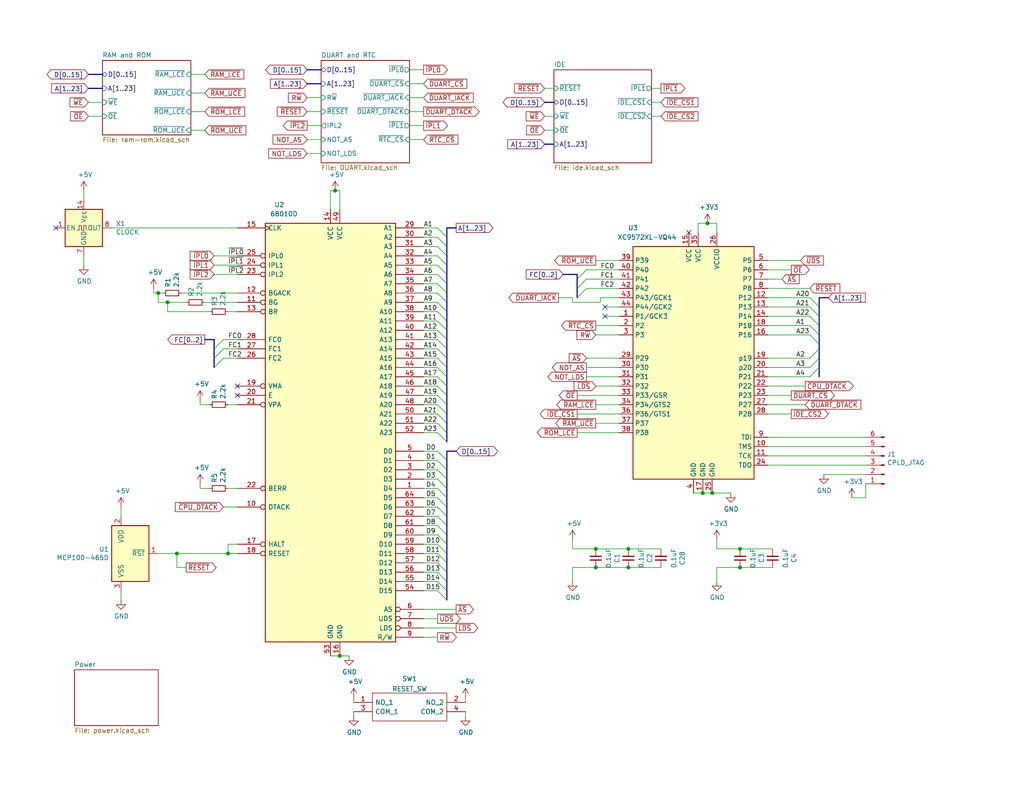
<source format=kicad_sch>
(kicad_sch (version 20211123) (generator eeschema)
  (paper "USLetter")
  (title_block (title "The Raven68k Experience") (date "2021-03-25") (rev "Rev 1.0.0") (company "Jani Kuituniemi and Chris Cureau"))
  (lib_symbols
    (symbol "CPU_NXP_68000:68010D" (pin_names (offset 0.762))
      (property "Reference" "U" (at 0 2.54 0))
      (property "Value" "68010D" (at 0 -3.81 0))
      (symbol "68010D_0_1"
        (rectangle (start -17.78 57.15) (end 17.78 -57.15) (stroke (width 0.254)) (fill (type background)))
      )
      (symbol "68010D_1_1"
        (pin bidirectional line (at 25.4 -15.24 180) (length 7.62) (name "D4") (number "1"))
        (pin input inverted (at -25.4 -20.32 0) (length 7.62) (name "DTACK") (number "10"))
        (pin output inverted (at -25.4 35.56 0) (length 7.62) (name "BG") (number "11"))
        (pin input inverted (at -25.4 38.1 0) (length 7.62) (name "BGACK") (number "12"))
        (pin input inverted (at -25.4 33.02 0) (length 7.62) (name "BR") (number "13"))
        (pin power_in line (at 0 60.96 270) (length 3.81) (name "VCC") (number "14"))
        (pin input clock (at -25.4 55.88 0) (length 7.62) (name "CLK") (number "15"))
        (pin power_in line (at 2.54 -60.96 90) (length 3.81) (name "GND") (number "16"))
        (pin bidirectional inverted (at -25.4 -30.48 0) (length 7.62) (name "HALT") (number "17"))
        (pin bidirectional inverted (at -25.4 -33.02 0) (length 7.62) (name "RESET") (number "18"))
        (pin output inverted (at -25.4 12.7 0) (length 7.62) (name "VMA") (number "19"))
        (pin bidirectional line (at 25.4 -12.7 180) (length 7.62) (name "D3") (number "2"))
        (pin output line (at -25.4 10.16 0) (length 7.62) (name "E") (number "20"))
        (pin input inverted (at -25.4 7.62 0) (length 7.62) (name "VPA") (number "21"))
        (pin input inverted (at -25.4 -15.24 0) (length 7.62) (name "BERR") (number "22"))
        (pin input inverted (at -25.4 43.18 0) (length 7.62) (name "IPL2") (number "23"))
        (pin input inverted (at -25.4 45.72 0) (length 7.62) (name "IPL1") (number "24"))
        (pin input inverted (at -25.4 48.26 0) (length 7.62) (name "IPL0") (number "25"))
        (pin output line (at -25.4 20.32 0) (length 7.62) (name "FC2") (number "26"))
        (pin output line (at -25.4 22.86 0) (length 7.62) (name "FC1") (number "27"))
        (pin output line (at -25.4 25.4 0) (length 7.62) (name "FC0") (number "28"))
        (pin output line (at 25.4 55.88 180) (length 7.62) (name "A1") (number "29"))
        (pin bidirectional line (at 25.4 -10.16 180) (length 7.62) (name "D2") (number "3"))
        (pin output line (at 25.4 53.34 180) (length 7.62) (name "A2") (number "30"))
        (pin output line (at 25.4 50.8 180) (length 7.62) (name "A3") (number "31"))
        (pin output line (at 25.4 48.26 180) (length 7.62) (name "A4") (number "32"))
        (pin output line (at 25.4 45.72 180) (length 7.62) (name "A5") (number "33"))
        (pin output line (at 25.4 43.18 180) (length 7.62) (name "A6") (number "34"))
        (pin output line (at 25.4 40.64 180) (length 7.62) (name "A7") (number "35"))
        (pin output line (at 25.4 38.1 180) (length 7.62) (name "A8") (number "36"))
        (pin output line (at 25.4 35.56 180) (length 7.62) (name "A9") (number "37"))
        (pin output line (at 25.4 33.02 180) (length 7.62) (name "A10") (number "38"))
        (pin output line (at 25.4 30.48 180) (length 7.62) (name "A11") (number "39"))
        (pin bidirectional line (at 25.4 -7.62 180) (length 7.62) (name "D1") (number "4"))
        (pin output line (at 25.4 27.94 180) (length 7.62) (name "A12") (number "40"))
        (pin output line (at 25.4 25.4 180) (length 7.62) (name "A13") (number "41"))
        (pin output line (at 25.4 22.86 180) (length 7.62) (name "A14") (number "42"))
        (pin output line (at 25.4 20.32 180) (length 7.62) (name "A15") (number "43"))
        (pin output line (at 25.4 17.78 180) (length 7.62) (name "A16") (number "44"))
        (pin output line (at 25.4 15.24 180) (length 7.62) (name "A17") (number "45"))
        (pin output line (at 25.4 12.7 180) (length 7.62) (name "A18") (number "46"))
        (pin output line (at 25.4 10.16 180) (length 7.62) (name "A19") (number "47"))
        (pin output line (at 25.4 7.62 180) (length 7.62) (name "A20") (number "48"))
        (pin power_in line (at 2.54 60.96 270) (length 3.81) (name "VCC") (number "49"))
        (pin bidirectional line (at 25.4 -5.08 180) (length 7.62) (name "D0") (number "5"))
        (pin output line (at 25.4 5.08 180) (length 7.62) (name "A21") (number "50"))
        (pin output line (at 25.4 2.54 180) (length 7.62) (name "A22") (number "51"))
        (pin output line (at 25.4 0 180) (length 7.62) (name "A23") (number "52"))
        (pin power_in line (at 0 -60.96 90) (length 3.81) (name "GND") (number "53"))
        (pin bidirectional line (at 25.4 -43.18 180) (length 7.62) (name "D15") (number "54"))
        (pin bidirectional line (at 25.4 -40.64 180) (length 7.62) (name "D14") (number "55"))
        (pin bidirectional line (at 25.4 -38.1 180) (length 7.62) (name "D13") (number "56"))
        (pin bidirectional line (at 25.4 -35.56 180) (length 7.62) (name "D12") (number "57"))
        (pin bidirectional line (at 25.4 -33.02 180) (length 7.62) (name "D11") (number "58"))
        (pin bidirectional line (at 25.4 -30.48 180) (length 7.62) (name "D10") (number "59"))
        (pin output inverted (at 25.4 -48.26 180) (length 7.62) (name "AS") (number "6"))
        (pin bidirectional line (at 25.4 -27.94 180) (length 7.62) (name "D9") (number "60"))
        (pin bidirectional line (at 25.4 -25.4 180) (length 7.62) (name "D8") (number "61"))
        (pin bidirectional line (at 25.4 -22.86 180) (length 7.62) (name "D7") (number "62"))
        (pin bidirectional line (at 25.4 -20.32 180) (length 7.62) (name "D6") (number "63"))
        (pin bidirectional line (at 25.4 -17.78 180) (length 7.62) (name "D5") (number "64"))
        (pin output inverted (at 25.4 -50.8 180) (length 7.62) (name "UDS") (number "7"))
        (pin output inverted (at 25.4 -53.34 180) (length 7.62) (name "LDS") (number "8"))
        (pin output line (at 25.4 -55.88 180) (length 7.62) (name "R/W") (number "9"))
      )
    )
    (symbol "Connector:Conn_01x06_Male" (pin_names (offset 1.016) hide)
      (property "Reference" "J" (at 0 7.62 0))
      (property "Value" "Conn_01x06_Male" (at 0 -10.16 0))
      (symbol "Conn_01x06_Male_1_1"
        (polyline (pts (xy 1.27 -7.62) (xy 0.8636 -7.62)) (stroke (width 0.1524)))
        (polyline (pts (xy 1.27 -5.08) (xy 0.8636 -5.08)) (stroke (width 0.1524)))
        (polyline (pts (xy 1.27 -2.54) (xy 0.8636 -2.54)) (stroke (width 0.1524)))
        (polyline (pts (xy 1.27 0) (xy 0.8636 0)) (stroke (width 0.1524)))
        (polyline (pts (xy 1.27 2.54) (xy 0.8636 2.54)) (stroke (width 0.1524)))
        (polyline (pts (xy 1.27 5.08) (xy 0.8636 5.08)) (stroke (width 0.1524)))
        (rectangle (start 0.8636 -7.493) (end 0 -7.747) (stroke (width 0.1524)) (fill (type outline)))
        (rectangle (start 0.8636 -4.953) (end 0 -5.207) (stroke (width 0.1524)) (fill (type outline)))
        (rectangle (start 0.8636 -2.413) (end 0 -2.667) (stroke (width 0.1524)) (fill (type outline)))
        (rectangle (start 0.8636 0.127) (end 0 -0.127) (stroke (width 0.1524)) (fill (type outline)))
        (rectangle (start 0.8636 2.667) (end 0 2.413) (stroke (width 0.1524)) (fill (type outline)))
        (rectangle (start 0.8636 5.207) (end 0 4.953) (stroke (width 0.1524)) (fill (type outline)))
        (pin passive line (at 5.08 5.08 180) (length 3.81) (name "Pin_1") (number "1"))
        (pin passive line (at 5.08 2.54 180) (length 3.81) (name "Pin_2") (number "2"))
        (pin passive line (at 5.08 0 180) (length 3.81) (name "Pin_3") (number "3"))
        (pin passive line (at 5.08 -2.54 180) (length 3.81) (name "Pin_4") (number "4"))
        (pin passive line (at 5.08 -5.08 180) (length 3.81) (name "Pin_5") (number "5"))
        (pin passive line (at 5.08 -7.62 180) (length 3.81) (name "Pin_6") (number "6"))
      )
    )
    (symbol "Device:C_Small" (pin_numbers hide) (pin_names (offset 0.254) hide)
      (property "Reference" "C" (at 0.254 1.778 0))
      (property "Value" "C_Small" (at 0.254 -2.032 0))
      (symbol "C_Small_0_1"
        (polyline (pts (xy -1.524 -0.508) (xy 1.524 -0.508)) (stroke (width 0.3302)))
        (polyline (pts (xy -1.524 0.508) (xy 1.524 0.508)) (stroke (width 0.3048)))
      )
      (symbol "C_Small_1_1"
        (pin passive line (at 0 2.54 270) (length 2.032) (name "~") (number "1"))
        (pin passive line (at 0 -2.54 90) (length 2.032) (name "~") (number "2"))
      )
    )
    (symbol "Device:R_Small" (pin_numbers hide) (pin_names (offset 0.254) hide)
      (property "Reference" "R" (at 0.762 0.508 0))
      (property "Value" "R_Small" (at 0.762 -1.016 0))
      (symbol "R_Small_0_1"
        (rectangle (start -0.762 1.778) (end 0.762 -1.778) (stroke (width 0.2032)))
      )
      (symbol "R_Small_1_1"
        (pin passive line (at 0 2.54 270) (length 0.762) (name "~") (number "1"))
        (pin passive line (at 0 -2.54 90) (length 0.762) (name "~") (number "2"))
      )
    )
    (symbol "Oscillator:CXO_DIP14" (pin_names (offset 0.254))
      (property "Reference" "X" (at -5.08 6.35 0))
      (property "Value" "CXO_DIP14" (at 1.27 -6.35 0))
      (symbol "CXO_DIP14_0_1"
        (rectangle (start -5.08 5.08) (end 5.08 -5.08) (stroke (width 0.254)) (fill (type background)))
        (polyline (pts (xy -1.905 -0.635) (xy -1.27 -0.635) (xy -1.27 0.635) (xy -0.635 0.635) (xy -0.635 -0.635) (xy 0 -0.635) (xy 0 0.635) (xy 0.635 0.635) (xy 0.635 -0.635)))
      )
      (symbol "CXO_DIP14_1_1"
        (pin input line (at -7.62 0 0) (length 2.54) (name "EN") (number "1"))
        (pin power_in line (at 0 7.62 270) (length 2.54) (name "Vcc") (number "14"))
        (pin power_in line (at 0 -7.62 90) (length 2.54) (name "GND") (number "7"))
        (pin output line (at 7.62 0 180) (length 2.54) (name "OUT") (number "8"))
      )
    )
    (symbol "Power_Supervisor:MCP100-485D" (pin_names (offset 1.016))
      (property "Reference" "U" (at 0 8.89 0))
      (property "Value" "MCP100-485D" (at -1.27 -8.89 0))
      (symbol "MCP100-485D_1_1"
        (rectangle (start -5.08 7.62) (end 5.08 -7.62) (stroke (width 0.254)) (fill (type background)))
        (pin output line (at 7.62 0 180) (length 2.54) (name "~{RST}") (number "1"))
        (pin power_in line (at -2.54 10.16 270) (length 2.54) (name "VDD") (number "2"))
        (pin power_in line (at -2.54 -10.16 90) (length 2.54) (name "VSS") (number "3"))
      )
    )
    (symbol "custom:TS02-66-170-BK-160-SCR-D" (pin_names (offset 0.762))
      (property "Reference" "S" (at 26.67 7.62 0))
      (property "Value" "TS02-66-170-BK-160-SCR-D" (at 26.67 5.08 0))
      (symbol "TS02-66-170-BK-160-SCR-D_0_0"
        (pin passive line (at 0 0 0) (length 5.08) (name "NO_1") (number "1"))
        (pin passive line (at 30.48 0 180) (length 5.08) (name "NO_2") (number "2"))
        (pin passive line (at 0 -2.54 0) (length 5.08) (name "COM_1") (number "3"))
        (pin passive line (at 30.48 -2.54 180) (length 5.08) (name "COM_2") (number "4"))
      )
      (symbol "TS02-66-170-BK-160-SCR-D_0_1"
        (polyline (pts (xy 5.08 2.54) (xy 25.4 2.54) (xy 25.4 -5.08) (xy 5.08 -5.08) (xy 5.08 2.54)) (stroke (width 0.1524)))
      )
    )
    (symbol "custom:XC9572XL-VQ44"
      (property "Reference" "U" (at -15.24 31.75 0))
      (property "Value" "XC9572XL-VQ44" (at -16.51 -34.29 0))
      (symbol "XC9572XL-VQ44_1_1"
        (rectangle (start -16.51 30.48) (end 16.51 -33.02) (stroke (width 0.254)) (fill (type background)))
        (pin bidirectional line (at -20.32 11.43 0) (length 3.81) (name "P1/GCK3") (number "1"))
        (pin input line (at 20.32 -24.13 180) (length 3.81) (name "TMS") (number "10"))
        (pin input line (at 20.32 -26.67 180) (length 3.81) (name "TCK") (number "11"))
        (pin bidirectional line (at 20.32 16.51 180) (length 3.81) (name "P12") (number "12"))
        (pin bidirectional line (at 20.32 13.97 180) (length 3.81) (name "P13") (number "13"))
        (pin bidirectional line (at 20.32 11.43 180) (length 3.81) (name "P14") (number "14"))
        (pin power_in line (at -1.27 34.29 270) (length 3.81) (name "VCC") (number "15"))
        (pin bidirectional line (at 20.32 6.35 180) (length 3.81) (name "P16") (number "16"))
        (pin power_in line (at 2.54 -36.83 90) (length 3.81) (name "GND") (number "17"))
        (pin bidirectional line (at 20.32 8.89 180) (length 3.81) (name "P18") (number "18"))
        (pin bidirectional line (at 20.32 0 180) (length 3.81) (name "p19") (number "19"))
        (pin bidirectional line (at -20.32 8.89 0) (length 3.81) (name "P2") (number "2"))
        (pin bidirectional line (at 20.32 -2.54 180) (length 3.81) (name "p20") (number "20"))
        (pin bidirectional line (at 20.32 -5.08 180) (length 3.81) (name "P21") (number "21"))
        (pin bidirectional line (at 20.32 -7.62 180) (length 3.81) (name "P22") (number "22"))
        (pin bidirectional line (at 20.32 -10.16 180) (length 3.81) (name "P23") (number "23"))
        (pin output line (at 20.32 -29.21 180) (length 3.81) (name "TDO") (number "24"))
        (pin power_in line (at 5.08 -36.83 90) (length 3.81) (name "GND") (number "25"))
        (pin power_in line (at 6.35 34.29 270) (length 3.81) (name "VCCIO") (number "26"))
        (pin bidirectional line (at 20.32 -12.7 180) (length 3.81) (name "P27") (number "27"))
        (pin bidirectional line (at 20.32 -15.24 180) (length 3.81) (name "P28") (number "28"))
        (pin bidirectional line (at -20.32 0 0) (length 3.81) (name "P29") (number "29"))
        (pin bidirectional line (at -20.32 6.35 0) (length 3.81) (name "P3") (number "3"))
        (pin bidirectional line (at -20.32 -2.54 0) (length 3.81) (name "P30") (number "30"))
        (pin bidirectional line (at -20.32 -5.08 0) (length 3.81) (name "P31") (number "31"))
        (pin bidirectional line (at -20.32 -7.62 0) (length 3.81) (name "P32") (number "32"))
        (pin bidirectional line (at -20.32 -10.16 0) (length 3.81) (name "P33/GSR") (number "33"))
        (pin bidirectional line (at -20.32 -12.7 0) (length 3.81) (name "P34/GTS2") (number "34"))
        (pin power_in line (at 1.27 34.29 270) (length 3.81) (name "VCC") (number "35"))
        (pin bidirectional line (at -20.32 -15.24 0) (length 3.81) (name "P36/GTS1") (number "36"))
        (pin bidirectional line (at -20.32 -17.78 0) (length 3.81) (name "P37") (number "37"))
        (pin bidirectional line (at -20.32 -20.32 0) (length 3.81) (name "P38") (number "38"))
        (pin bidirectional line (at -20.32 26.67 0) (length 3.81) (name "P39") (number "39"))
        (pin power_in line (at 0 -36.83 90) (length 3.81) (name "GND") (number "4"))
        (pin bidirectional line (at -20.32 24.13 0) (length 3.81) (name "P40") (number "40"))
        (pin bidirectional line (at -20.32 21.59 0) (length 3.81) (name "P41") (number "41"))
        (pin bidirectional line (at -20.32 19.05 0) (length 3.81) (name "P42") (number "42"))
        (pin bidirectional line (at -20.32 16.51 0) (length 3.81) (name "P43/GCK1") (number "43"))
        (pin bidirectional line (at -20.32 13.97 0) (length 3.81) (name "P44/GCK2") (number "44"))
        (pin bidirectional line (at 20.32 26.67 180) (length 3.81) (name "P5") (number "5"))
        (pin bidirectional line (at 20.32 24.13 180) (length 3.81) (name "P6") (number "6"))
        (pin bidirectional line (at 20.32 21.59 180) (length 3.81) (name "P7") (number "7"))
        (pin bidirectional line (at 20.32 19.05 180) (length 3.81) (name "P8") (number "8"))
        (pin input line (at 20.32 -21.59 180) (length 3.81) (name "TDI") (number "9"))
      )
    )
    (symbol "power:+3.3V" (power) (pin_names (offset 0))
      (property "Value" "+3.3V" (at 0 3.556 0))
      (symbol "+3.3V_0_1"
        (polyline (pts (xy -0.762 1.27) (xy 0 2.54)))
        (polyline (pts (xy 0 0) (xy 0 2.54)))
        (polyline (pts (xy 0 2.54) (xy 0.762 1.27)))
      )
      (symbol "+3.3V_1_1"
        (pin power_in line (at 0 0 90) (length 0) hide (name "+3V3") (number "1"))
      )
    )
    (symbol "power:+3V3" (power) (pin_names (offset 0))
      (property "Value" "+3V3" (at 0 3.556 0))
      (symbol "+3V3_0_1"
        (polyline (pts (xy -0.762 1.27) (xy 0 2.54)))
        (polyline (pts (xy 0 0) (xy 0 2.54)))
        (polyline (pts (xy 0 2.54) (xy 0.762 1.27)))
      )
      (symbol "+3V3_1_1"
        (pin power_in line (at 0 0 90) (length 0) hide (name "+3V3") (number "1"))
      )
    )
    (symbol "power:+5V" (power) (pin_names (offset 0))
      (property "Value" "+5V" (at 0 3.556 0))
      (symbol "+5V_0_1"
        (polyline (pts (xy -0.762 1.27) (xy 0 2.54)))
        (polyline (pts (xy 0 0) (xy 0 2.54)))
        (polyline (pts (xy 0 2.54) (xy 0.762 1.27)))
      )
      (symbol "+5V_1_1"
        (pin power_in line (at 0 0 90) (length 0) hide (name "+5V") (number "1"))
      )
    )
    (symbol "power:GND" (power) (pin_names (offset 0))
      (property "Value" "GND" (at 0 -3.81 0))
      (symbol "GND_0_1"
        (polyline (pts (xy 0 0) (xy 0 -1.27) (xy 1.27 -1.27) (xy 0 -2.54) (xy -1.27 -1.27) (xy 0 -1.27)))
      )
      (symbol "GND_1_1"
        (pin power_in line (at 0 0 270) (length 0) hide (name "GND") (number "1"))
      )
    )
  )
  (junction (at 162.56 154.94))
  (junction (at 162.56 149.86))
  (junction (at 194.31 134.62))
  (junction (at 62.23 151.13))
  (junction (at 43.18 80.01))
  (junction (at 171.45 154.94))
  (junction (at 171.45 149.86))
  (junction (at 201.93 149.86))
  (junction (at 91.44 52.07))
  (junction (at 201.93 154.94))
  (junction (at 92.71 179.07))
  (junction (at 48.26 151.13))
  (junction (at 191.77 134.62))
  (junction (at 45.72 82.55))
  (junction (at 193.04 60.96))
  (no_connect (at 64.77 105.41))
  (no_connect (at 15.24 62.23))
  (no_connect (at 165.1 86.36))
  (no_connect (at 165.1 83.82))
  (no_connect (at 64.77 107.95))
  (no_connect (at 187.96 63.5))
  (bus_entry (at 119.38 105.41) (size 2.54 2.54))
  (bus_entry (at 220.98 83.82) (size 2.54 2.54))
  (bus_entry (at 119.38 82.55) (size 2.54 2.54))
  (bus_entry (at 119.38 110.49) (size 2.54 2.54))
  (bus_entry (at 119.38 80.01) (size 2.54 2.54))
  (bus_entry (at 119.38 74.93) (size 2.54 2.54))
  (bus_entry (at 119.38 113.03) (size 2.54 2.54))
  (bus_entry (at 119.38 143.51) (size 2.54 2.54))
  (bus_entry (at 119.38 118.11) (size 2.54 2.54))
  (bus_entry (at 119.38 85.09) (size 2.54 2.54))
  (bus_entry (at 119.38 148.59) (size 2.54 2.54))
  (bus_entry (at 119.38 153.67) (size 2.54 2.54))
  (bus_entry (at 119.38 92.71) (size 2.54 2.54))
  (bus_entry (at 220.98 91.44) (size 2.54 2.54))
  (bus_entry (at 119.38 97.79) (size 2.54 2.54))
  (bus_entry (at 119.38 130.81) (size 2.54 2.54))
  (bus_entry (at 160.02 73.66) (size -2.54 2.54))
  (bus_entry (at 119.38 62.23) (size 2.54 2.54))
  (bus_entry (at 220.98 100.33) (size 2.54 -2.54))
  (bus_entry (at 119.38 115.57) (size 2.54 2.54))
  (bus_entry (at 119.38 135.89) (size 2.54 2.54))
  (bus_entry (at 160.02 76.2) (size -2.54 2.54))
  (bus_entry (at 119.38 125.73) (size 2.54 2.54))
  (bus_entry (at 220.98 88.9) (size 2.54 2.54))
  (bus_entry (at 119.38 90.17) (size 2.54 2.54))
  (bus_entry (at 119.38 146.05) (size 2.54 2.54))
  (bus_entry (at 119.38 107.95) (size 2.54 2.54))
  (bus_entry (at 119.38 64.77) (size 2.54 2.54))
  (bus_entry (at 60.96 92.71) (size -2.54 2.54))
  (bus_entry (at 60.96 97.79) (size -2.54 2.54))
  (bus_entry (at 220.98 81.28) (size 2.54 2.54))
  (bus_entry (at 119.38 72.39) (size 2.54 2.54))
  (bus_entry (at 119.38 100.33) (size 2.54 2.54))
  (bus_entry (at 119.38 102.87) (size 2.54 2.54))
  (bus_entry (at 220.98 102.87) (size 2.54 -2.54))
  (bus_entry (at 119.38 138.43) (size 2.54 2.54))
  (bus_entry (at 119.38 161.29) (size 2.54 2.54))
  (bus_entry (at 119.38 156.21) (size 2.54 2.54))
  (bus_entry (at 119.38 95.25) (size 2.54 2.54))
  (bus_entry (at 119.38 67.31) (size 2.54 2.54))
  (bus_entry (at 119.38 140.97) (size 2.54 2.54))
  (bus_entry (at 160.02 78.74) (size -2.54 2.54))
  (bus_entry (at 220.98 86.36) (size 2.54 2.54))
  (bus_entry (at 119.38 87.63) (size 2.54 2.54))
  (bus_entry (at 220.98 97.79) (size 2.54 -2.54))
  (bus_entry (at 119.38 77.47) (size 2.54 2.54))
  (bus_entry (at 119.38 158.75) (size 2.54 2.54))
  (bus_entry (at 119.38 151.13) (size 2.54 2.54))
  (bus_entry (at 119.38 123.19) (size 2.54 2.54))
  (bus_entry (at 119.38 128.27) (size 2.54 2.54))
  (bus_entry (at 60.96 95.25) (size -2.54 2.54))
  (bus_entry (at 119.38 69.85) (size 2.54 2.54))
  (bus_entry (at 119.38 133.35) (size 2.54 2.54))
  (bus (pts (xy 121.92 130.81) (xy 121.92 133.35)))
  (wire (pts (xy 119.38 97.79) (xy 115.57 97.79)))
  (bus (pts (xy 24.13 20.32) (xy 27.94 20.32)))
  (wire (pts (xy 162.56 115.57) (xy 168.91 115.57)))
  (wire (pts (xy 115.57 153.67) (xy 119.38 153.67)))
  (wire (pts (xy 92.71 179.07) (xy 95.25 179.07)))
  (bus (pts (xy 121.92 118.11) (xy 121.92 120.65)))
  (bus (pts (xy 121.92 143.51) (xy 121.92 146.05)))
  (wire (pts (xy 43.18 80.01) (xy 41.91 80.01)))
  (bus (pts (xy 121.92 97.79) (xy 121.92 100.33)))
  (bus (pts (xy 157.48 74.93) (xy 157.48 76.2)))
  (wire (pts (xy 160.02 100.33) (xy 168.91 100.33)))
  (wire (pts (xy 115.57 173.99) (xy 119.38 173.99)))
  (wire (pts (xy 160.02 102.87) (xy 168.91 102.87)))
  (wire (pts (xy 209.55 91.44) (xy 220.98 91.44)))
  (wire (pts (xy 209.55 81.28) (xy 220.98 81.28)))
  (bus (pts (xy 83.82 19.05) (xy 87.63 19.05)))
  (wire (pts (xy 151.13 24.13) (xy 148.59 24.13)))
  (bus (pts (xy 121.92 138.43) (xy 121.92 140.97)))
  (wire (pts (xy 151.13 31.75) (xy 148.59 31.75)))
  (wire (pts (xy 119.38 87.63) (xy 115.57 87.63)))
  (bus (pts (xy 223.52 100.33) (xy 223.52 102.87)))
  (bus (pts (xy 121.92 100.33) (xy 121.92 102.87)))
  (bus (pts (xy 148.59 27.94) (xy 151.13 27.94)))
  (wire (pts (xy 195.58 60.96) (xy 193.04 60.96)))
  (wire (pts (xy 41.91 80.01) (xy 41.91 78.74)))
  (wire (pts (xy 168.91 83.82) (xy 165.1 83.82)))
  (wire (pts (xy 115.57 133.35) (xy 119.38 133.35)))
  (wire (pts (xy 60.96 97.79) (xy 64.77 97.79)))
  (wire (pts (xy 96.52 190.5) (xy 96.52 191.77)))
  (bus (pts (xy 121.92 95.25) (xy 121.92 97.79)))
  (wire (pts (xy 156.21 82.55) (xy 163.83 82.55)))
  (wire (pts (xy 119.38 80.01) (xy 115.57 80.01)))
  (wire (pts (xy 64.77 85.09) (xy 62.23 85.09)))
  (wire (pts (xy 127 194.31) (xy 127 195.58)))
  (bus (pts (xy 223.52 83.82) (xy 223.52 86.36)))
  (wire (pts (xy 115.57 171.45) (xy 124.46 171.45)))
  (bus (pts (xy 223.52 91.44) (xy 223.52 93.98)))
  (wire (pts (xy 115.57 151.13) (xy 119.38 151.13)))
  (wire (pts (xy 177.8 24.13) (xy 180.34 24.13)))
  (wire (pts (xy 27.94 31.75) (xy 24.13 31.75)))
  (wire (pts (xy 96.52 194.31) (xy 96.52 195.58)))
  (wire (pts (xy 54.61 133.35) (xy 54.61 132.08)))
  (bus (pts (xy 121.92 62.23) (xy 124.46 62.23)))
  (wire (pts (xy 115.57 146.05) (xy 119.38 146.05)))
  (wire (pts (xy 151.13 35.56) (xy 148.59 35.56)))
  (wire (pts (xy 115.57 140.97) (xy 119.38 140.97)))
  (wire (pts (xy 195.58 149.86) (xy 201.93 149.86)))
  (wire (pts (xy 163.83 81.28) (xy 168.91 81.28)))
  (wire (pts (xy 210.82 154.94) (xy 201.93 154.94)))
  (wire (pts (xy 119.38 85.09) (xy 115.57 85.09)))
  (bus (pts (xy 121.92 90.17) (xy 121.92 92.71)))
  (wire (pts (xy 87.63 26.67) (xy 83.82 26.67)))
  (wire (pts (xy 119.38 102.87) (xy 115.57 102.87)))
  (wire (pts (xy 209.55 113.03) (xy 215.9 113.03)))
  (wire (pts (xy 111.76 34.29) (xy 115.57 34.29)))
  (bus (pts (xy 121.92 62.23) (xy 121.92 64.77)))
  (bus (pts (xy 83.82 22.86) (xy 87.63 22.86)))
  (wire (pts (xy 27.94 27.94) (xy 24.13 27.94)))
  (wire (pts (xy 60.96 92.71) (xy 64.77 92.71)))
  (wire (pts (xy 45.72 82.55) (xy 43.18 82.55)))
  (wire (pts (xy 115.57 38.1) (xy 111.76 38.1)))
  (wire (pts (xy 171.45 149.86) (xy 180.34 149.86)))
  (wire (pts (xy 45.72 85.09) (xy 45.72 82.55)))
  (wire (pts (xy 119.38 110.49) (xy 115.57 110.49)))
  (wire (pts (xy 64.77 80.01) (xy 49.53 80.01)))
  (bus (pts (xy 223.52 93.98) (xy 223.52 95.25)))
  (wire (pts (xy 119.38 107.95) (xy 115.57 107.95)))
  (wire (pts (xy 83.82 34.29) (xy 87.63 34.29)))
  (wire (pts (xy 64.77 148.59) (xy 62.23 148.59)))
  (wire (pts (xy 52.07 20.32) (xy 55.88 20.32)))
  (wire (pts (xy 236.22 135.89) (xy 232.41 135.89)))
  (wire (pts (xy 119.38 90.17) (xy 115.57 90.17)))
  (wire (pts (xy 119.38 95.25) (xy 115.57 95.25)))
  (wire (pts (xy 115.57 62.23) (xy 119.38 62.23)))
  (wire (pts (xy 48.26 154.94) (xy 48.26 151.13)))
  (wire (pts (xy 115.57 118.11) (xy 119.38 118.11)))
  (wire (pts (xy 115.57 168.91) (xy 119.38 168.91)))
  (wire (pts (xy 156.21 154.94) (xy 156.21 158.75)))
  (wire (pts (xy 127 190.5) (xy 127 191.77)))
  (wire (pts (xy 119.38 72.39) (xy 115.57 72.39)))
  (wire (pts (xy 157.48 113.03) (xy 168.91 113.03)))
  (wire (pts (xy 209.55 71.12) (xy 218.44 71.12)))
  (wire (pts (xy 30.48 62.23) (xy 64.77 62.23)))
  (bus (pts (xy 121.92 151.13) (xy 121.92 153.67)))
  (wire (pts (xy 162.56 88.9) (xy 168.91 88.9)))
  (wire (pts (xy 92.71 52.07) (xy 91.44 52.07)))
  (wire (pts (xy 115.57 125.73) (xy 119.38 125.73)))
  (bus (pts (xy 121.92 69.85) (xy 121.92 72.39)))
  (bus (pts (xy 121.92 146.05) (xy 121.92 148.59)))
  (wire (pts (xy 156.21 149.86) (xy 162.56 149.86)))
  (bus (pts (xy 121.92 74.93) (xy 121.92 77.47)))
  (wire (pts (xy 111.76 26.67) (xy 115.57 26.67)))
  (wire (pts (xy 92.71 52.07) (xy 92.71 57.15)))
  (bus (pts (xy 121.92 87.63) (xy 121.92 90.17)))
  (wire (pts (xy 160.02 78.74) (xy 168.91 78.74)))
  (wire (pts (xy 62.23 110.49) (xy 64.77 110.49)))
  (bus (pts (xy 121.92 140.97) (xy 121.92 143.51)))
  (bus (pts (xy 58.42 92.71) (xy 55.88 92.71)))
  (wire (pts (xy 54.61 110.49) (xy 54.61 109.22)))
  (wire (pts (xy 43.18 151.13) (xy 48.26 151.13)))
  (wire (pts (xy 209.55 110.49) (xy 219.71 110.49)))
  (wire (pts (xy 171.45 154.94) (xy 162.56 154.94)))
  (bus (pts (xy 223.52 86.36) (xy 223.52 88.9)))
  (wire (pts (xy 33.02 161.29) (xy 33.02 163.83)))
  (wire (pts (xy 209.55 97.79) (xy 220.98 97.79)))
  (wire (pts (xy 201.93 154.94) (xy 195.58 154.94)))
  (wire (pts (xy 157.48 107.95) (xy 168.91 107.95)))
  (wire (pts (xy 62.23 148.59) (xy 62.23 151.13)))
  (wire (pts (xy 177.8 31.75) (xy 180.34 31.75)))
  (wire (pts (xy 156.21 81.28) (xy 156.21 82.55)))
  (bus (pts (xy 223.52 81.28) (xy 223.52 83.82)))
  (wire (pts (xy 195.58 63.5) (xy 195.58 60.96)))
  (wire (pts (xy 115.57 130.81) (xy 119.38 130.81)))
  (bus (pts (xy 121.92 82.55) (xy 121.92 85.09)))
  (wire (pts (xy 156.21 147.32) (xy 156.21 149.86)))
  (bus (pts (xy 121.92 123.19) (xy 121.92 125.73)))
  (bus (pts (xy 121.92 64.77) (xy 121.92 67.31)))
  (wire (pts (xy 209.55 73.66) (xy 215.9 73.66)))
  (wire (pts (xy 87.63 41.91) (xy 83.82 41.91)))
  (wire (pts (xy 60.96 95.25) (xy 64.77 95.25)))
  (wire (pts (xy 64.77 138.43) (xy 60.96 138.43)))
  (wire (pts (xy 162.56 149.86) (xy 171.45 149.86)))
  (wire (pts (xy 115.57 113.03) (xy 119.38 113.03)))
  (wire (pts (xy 190.5 60.96) (xy 190.5 63.5)))
  (bus (pts (xy 121.92 153.67) (xy 121.92 156.21)))
  (wire (pts (xy 209.55 127) (xy 236.22 127)))
  (wire (pts (xy 209.55 124.46) (xy 236.22 124.46)))
  (bus (pts (xy 223.52 88.9) (xy 223.52 91.44)))
  (wire (pts (xy 162.56 91.44) (xy 168.91 91.44)))
  (bus (pts (xy 58.42 95.25) (xy 58.42 97.79)))
  (bus (pts (xy 121.92 110.49) (xy 121.92 113.03)))
  (wire (pts (xy 115.57 115.57) (xy 119.38 115.57)))
  (wire (pts (xy 90.17 52.07) (xy 90.17 57.15)))
  (wire (pts (xy 52.07 35.56) (xy 55.88 35.56)))
  (bus (pts (xy 121.92 125.73) (xy 121.92 128.27)))
  (wire (pts (xy 195.58 147.32) (xy 195.58 149.86)))
  (wire (pts (xy 115.57 64.77) (xy 119.38 64.77)))
  (wire (pts (xy 115.57 166.37) (xy 124.46 166.37)))
  (wire (pts (xy 90.17 52.07) (xy 91.44 52.07)))
  (bus (pts (xy 121.92 158.75) (xy 121.92 161.29)))
  (wire (pts (xy 195.58 154.94) (xy 195.58 158.75)))
  (bus (pts (xy 121.92 128.27) (xy 121.92 130.81)))
  (wire (pts (xy 119.38 100.33) (xy 115.57 100.33)))
  (wire (pts (xy 171.45 154.94) (xy 180.34 154.94)))
  (wire (pts (xy 209.55 86.36) (xy 220.98 86.36)))
  (wire (pts (xy 64.77 82.55) (xy 55.88 82.55)))
  (wire (pts (xy 50.8 154.94) (xy 48.26 154.94)))
  (wire (pts (xy 160.02 76.2) (xy 168.91 76.2)))
  (wire (pts (xy 209.55 100.33) (xy 220.98 100.33)))
  (wire (pts (xy 119.38 92.71) (xy 115.57 92.71)))
  (bus (pts (xy 121.92 123.19) (xy 124.46 123.19)))
  (wire (pts (xy 52.07 25.4) (xy 55.88 25.4)))
  (wire (pts (xy 209.55 121.92) (xy 236.22 121.92)))
  (wire (pts (xy 57.15 133.35) (xy 54.61 133.35)))
  (wire (pts (xy 57.15 85.09) (xy 45.72 85.09)))
  (wire (pts (xy 162.56 105.41) (xy 168.91 105.41)))
  (bus (pts (xy 121.92 113.03) (xy 121.92 115.57)))
  (bus (pts (xy 121.92 115.57) (xy 121.92 118.11)))
  (wire (pts (xy 168.91 86.36) (xy 165.1 86.36)))
  (wire (pts (xy 115.57 138.43) (xy 119.38 138.43)))
  (wire (pts (xy 115.57 148.59) (xy 119.38 148.59)))
  (wire (pts (xy 119.38 74.93) (xy 115.57 74.93)))
  (wire (pts (xy 162.56 110.49) (xy 168.91 110.49)))
  (wire (pts (xy 50.8 82.55) (xy 45.72 82.55)))
  (wire (pts (xy 111.76 22.86) (xy 115.57 22.86)))
  (wire (pts (xy 33.02 138.43) (xy 33.02 140.97)))
  (wire (pts (xy 209.55 76.2) (xy 213.36 76.2)))
  (wire (pts (xy 87.63 30.48) (xy 83.82 30.48)))
  (wire (pts (xy 119.38 105.41) (xy 115.57 105.41)))
  (wire (pts (xy 209.55 88.9) (xy 220.98 88.9)))
  (wire (pts (xy 163.83 81.28) (xy 163.83 82.55)))
  (bus (pts (xy 121.92 133.35) (xy 121.92 135.89)))
  (wire (pts (xy 57.15 110.49) (xy 54.61 110.49)))
  (wire (pts (xy 22.86 52.07) (xy 22.86 54.61)))
  (bus (pts (xy 157.48 78.74) (xy 157.48 81.28)))
  (wire (pts (xy 160.02 97.79) (xy 168.91 97.79)))
  (wire (pts (xy 193.04 60.96) (xy 190.5 60.96)))
  (bus (pts (xy 121.92 72.39) (xy 121.92 74.93)))
  (wire (pts (xy 236.22 132.08) (xy 236.22 135.89)))
  (wire (pts (xy 209.55 83.82) (xy 220.98 83.82)))
  (wire (pts (xy 152.4 81.28) (xy 156.21 81.28)))
  (wire (pts (xy 162.56 154.94) (xy 156.21 154.94)))
  (wire (pts (xy 115.57 135.89) (xy 119.38 135.89)))
  (wire (pts (xy 157.48 118.11) (xy 168.91 118.11)))
  (bus (pts (xy 58.42 97.79) (xy 58.42 100.33)))
  (bus (pts (xy 121.92 77.47) (xy 121.92 80.01)))
  (wire (pts (xy 224.79 129.54) (xy 236.22 129.54)))
  (bus (pts (xy 121.92 80.01) (xy 121.92 82.55)))
  (wire (pts (xy 119.38 161.29) (xy 115.57 161.29)))
  (wire (pts (xy 191.77 134.62) (xy 194.31 134.62)))
  (bus (pts (xy 121.92 161.29) (xy 121.92 163.83)))
  (wire (pts (xy 115.57 158.75) (xy 119.38 158.75)))
  (wire (pts (xy 209.55 78.74) (xy 220.98 78.74)))
  (bus (pts (xy 121.92 102.87) (xy 121.92 105.41)))
  (wire (pts (xy 115.57 67.31) (xy 119.38 67.31)))
  (bus (pts (xy 223.52 95.25) (xy 223.52 97.79)))
  (bus (pts (xy 223.52 97.79) (xy 223.52 100.33)))
  (wire (pts (xy 22.86 69.85) (xy 22.86 72.39)))
  (wire (pts (xy 115.57 128.27) (xy 119.38 128.27)))
  (wire (pts (xy 115.57 156.21) (xy 119.38 156.21)))
  (wire (pts (xy 58.42 72.39) (xy 64.77 72.39)))
  (bus (pts (xy 157.48 76.2) (xy 157.48 78.74)))
  (wire (pts (xy 162.56 71.12) (xy 168.91 71.12)))
  (wire (pts (xy 43.18 82.55) (xy 43.18 80.01)))
  (wire (pts (xy 52.07 30.48) (xy 55.88 30.48)))
  (wire (pts (xy 119.38 77.47) (xy 115.57 77.47)))
  (wire (pts (xy 201.93 149.86) (xy 210.82 149.86)))
  (wire (pts (xy 194.31 134.62) (xy 199.39 134.62)))
  (wire (pts (xy 209.55 105.41) (xy 219.71 105.41)))
  (bus (pts (xy 121.92 105.41) (xy 121.92 107.95)))
  (wire (pts (xy 111.76 30.48) (xy 115.57 30.48)))
  (bus (pts (xy 121.92 85.09) (xy 121.92 87.63)))
  (wire (pts (xy 209.55 102.87) (xy 220.98 102.87)))
  (wire (pts (xy 87.63 38.1) (xy 83.82 38.1)))
  (wire (pts (xy 48.26 151.13) (xy 62.23 151.13)))
  (bus (pts (xy 148.59 39.37) (xy 151.13 39.37)))
  (wire (pts (xy 90.17 179.07) (xy 92.71 179.07)))
  (bus (pts (xy 157.48 74.93) (xy 153.67 74.93)))
  (wire (pts (xy 189.23 134.62) (xy 191.77 134.62)))
  (bus (pts (xy 58.42 92.71) (xy 58.42 95.25)))
  (bus (pts (xy 24.13 24.13) (xy 27.94 24.13)))
  (wire (pts (xy 209.55 107.95) (xy 215.9 107.95)))
  (bus (pts (xy 223.52 81.28) (xy 226.06 81.28)))
  (wire (pts (xy 58.42 74.93) (xy 64.77 74.93)))
  (bus (pts (xy 121.92 148.59) (xy 121.92 151.13)))
  (wire (pts (xy 62.23 151.13) (xy 64.77 151.13)))
  (wire (pts (xy 160.02 73.66) (xy 168.91 73.66)))
  (wire (pts (xy 62.23 133.35) (xy 64.77 133.35)))
  (bus (pts (xy 121.92 67.31) (xy 121.92 69.85)))
  (wire (pts (xy 58.42 69.85) (xy 64.77 69.85)))
  (wire (pts (xy 115.57 143.51) (xy 119.38 143.51)))
  (wire (pts (xy 209.55 119.38) (xy 236.22 119.38)))
  (wire (pts (xy 115.57 69.85) (xy 119.38 69.85)))
  (wire (pts (xy 115.57 123.19) (xy 119.38 123.19)))
  (bus (pts (xy 121.92 156.21) (xy 121.92 158.75)))
  (wire (pts (xy 111.76 19.05) (xy 115.57 19.05)))
  (bus (pts (xy 121.92 135.89) (xy 121.92 138.43)))
  (wire (pts (xy 119.38 82.55) (xy 115.57 82.55)))
  (bus (pts (xy 121.92 107.95) (xy 121.92 110.49)))
  (bus (pts (xy 121.92 92.71) (xy 121.92 95.25)))
  (wire (pts (xy 177.8 27.94) (xy 180.34 27.94)))
  (wire (pts (xy 44.45 80.01) (xy 43.18 80.01)))
  (label "A5" (at 115.57 72.39 0))
  (label "A22" (at 217.17 86.36 0))
  (label "A22" (at 115.57 115.57 0))
  (label "D8" (at 116.205 143.51 0))
  (label "D12" (at 116.205 153.67 0))
  (label "A4" (at 217.17 102.87 0))
  (label "A21" (at 115.57 113.03 0))
  (label "A10" (at 115.57 85.09 0))
  (label "A11" (at 115.57 87.63 0))
  (label "D15" (at 116.205 161.29 0))
  (label "A17" (at 115.57 102.87 0))
  (label "~{IPL1}" (at 62.23 72.39 0))
  (label "~{IPL0}" (at 62.23 69.85 0))
  (label "FC2" (at 163.83 78.74 0))
  (label "A13" (at 115.57 92.71 0))
  (label "A2" (at 115.57 64.77 0))
  (label "D6" (at 116.205 138.43 0))
  (label "A1" (at 115.57 62.23 0))
  (label "FC2" (at 62.23 97.79 0))
  (label "FC1" (at 62.23 95.25 0))
  (label "D5" (at 116.205 135.89 0))
  (label "A6" (at 115.57 74.93 0))
  (label "A3" (at 217.17 100.33 0))
  (label "A4" (at 115.57 69.85 0))
  (label "D7" (at 116.205 140.97 0))
  (label "A21" (at 217.17 83.82 0))
  (label "D4" (at 116.205 133.35 0))
  (label "A8" (at 115.57 80.01 0))
  (label "A16" (at 115.57 100.33 0))
  (label "D1" (at 116.205 125.73 0))
  (label "FC1" (at 163.83 76.2 0))
  (label "D2" (at 116.205 128.27 0))
  (label "A1" (at 217.17 88.9 0))
  (label "D14" (at 116.205 158.75 0))
  (label "~{IPL2}" (at 62.23 74.93 0))
  (label "D3" (at 116.205 130.81 0))
  (label "A12" (at 115.57 90.17 0))
  (label "D11" (at 116.205 151.13 0))
  (label "D9" (at 116.205 146.05 0))
  (label "A20" (at 217.17 81.28 0))
  (label "D10" (at 116.205 148.59 0))
  (label "A14" (at 115.57 95.25 0))
  (label "D0" (at 116.205 123.19 0))
  (label "FC0" (at 62.23 92.71 0))
  (label "A3" (at 115.57 67.31 0))
  (label "A7" (at 115.57 77.47 0))
  (label "FC0" (at 163.83 73.66 0))
  (label "A19" (at 115.57 107.95 0))
  (label "A15" (at 115.57 97.79 0))
  (label "A18" (at 115.57 105.41 0))
  (label "A23" (at 115.57 118.11 0))
  (label "D13" (at 116.205 156.21 0))
  (label "A2" (at 217.17 97.79 0))
  (label "A20" (at 115.57 110.49 0))
  (label "A9" (at 115.57 82.55 0))
  (label "A23" (at 217.17 91.44 0))
  (global_label "R~{W}" (shape input) (at 162.56 91.44 180) (property "Intersheet References" "${INTERSHEET_REFS}" (effects hide)))
  (global_label "~{IPL0}" (shape output) (at 115.57 19.05 0) (property "Intersheet References" "${INTERSHEET_REFS}" (effects hide)))
  (global_label "~{RAM_UCE}" (shape input) (at 55.88 25.4 0) (property "Intersheet References" "${INTERSHEET_REFS}" (effects hide)))
  (global_label "~{RESET}" (shape output) (at 50.8 154.94 0) (property "Intersheet References" "${INTERSHEET_REFS}" (effects hide)))
  (global_label "~{IDE_CS1}" (shape input) (at 180.34 27.94 0) (property "Intersheet References" "${INTERSHEET_REFS}" (effects hide)))
  (global_label "NOT_LDS" (shape output) (at 160.02 102.87 180) (property "Intersheet References" "${INTERSHEET_REFS}" (effects hide)))
  (global_label "~{UDS}" (shape input) (at 218.44 71.12 0) (property "Intersheet References" "${INTERSHEET_REFS}" (effects hide)))
  (global_label "~{RESET}" (shape input) (at 220.98 78.74 0) (property "Intersheet References" "${INTERSHEET_REFS}" (effects hide)))
  (global_label "~{DUART_IACK}" (shape input) (at 115.57 26.67 0) (property "Intersheet References" "${INTERSHEET_REFS}" (effects hide)))
  (global_label "~{IPL2}" (shape output) (at 83.82 34.29 180) (property "Intersheet References" "${INTERSHEET_REFS}" (effects hide)))
  (global_label "~{RAM_UCE}" (shape output) (at 162.56 115.57 180) (property "Intersheet References" "${INTERSHEET_REFS}" (effects hide)))
  (global_label "~{DUART_DTACK}" (shape output) (at 115.57 30.48 0) (property "Intersheet References" "${INTERSHEET_REFS}" (effects hide)))
  (global_label "~{DUART_IACK}" (shape output) (at 152.4 81.28 180) (property "Intersheet References" "${INTERSHEET_REFS}" (effects hide)))
  (global_label "~{LDS}" (shape output) (at 124.46 171.45 0) (property "Intersheet References" "${INTERSHEET_REFS}" (effects hide)))
  (global_label "~{OE}" (shape output) (at 215.9 73.66 0) (property "Intersheet References" "${INTERSHEET_REFS}" (effects hide)))
  (global_label "~{WE}" (shape input) (at 148.59 31.75 180) (property "Intersheet References" "${INTERSHEET_REFS}" (effects hide)))
  (global_label "~{OE}" (shape output) (at 157.48 107.95 180) (property "Intersheet References" "${INTERSHEET_REFS}" (effects hide)))
  (global_label "~{AS}" (shape input) (at 160.02 97.79 180) (property "Intersheet References" "${INTERSHEET_REFS}" (effects hide)))
  (global_label "~{DUART_DTACK}" (shape input) (at 219.71 110.49 0) (property "Intersheet References" "${INTERSHEET_REFS}" (effects hide)))
  (global_label "~{IPL1}" (shape input) (at 58.42 72.39 180) (property "Intersheet References" "${INTERSHEET_REFS}" (effects hide)))
  (global_label "~{RTC_CS}" (shape input) (at 115.57 38.1 0) (property "Intersheet References" "${INTERSHEET_REFS}" (effects hide)))
  (global_label "R~{W}" (shape input) (at 83.82 26.67 180) (property "Intersheet References" "${INTERSHEET_REFS}" (effects hide)))
  (global_label "~{RAM_LCE}" (shape input) (at 55.88 20.32 0) (property "Intersheet References" "${INTERSHEET_REFS}" (effects hide)))
  (global_label "~{AS}" (shape output) (at 124.46 166.37 0) (property "Intersheet References" "${INTERSHEET_REFS}" (effects hide)))
  (global_label "~{LDS}" (shape input) (at 162.56 105.41 180) (property "Intersheet References" "${INTERSHEET_REFS}" (effects hide)))
  (global_label "D[0..15]" (shape bidirectional) (at 83.82 19.05 180) (property "Intersheet References" "${INTERSHEET_REFS}" (effects hide)))
  (global_label "~{ROM_UCE}" (shape input) (at 55.88 35.56 0) (property "Intersheet References" "${INTERSHEET_REFS}" (effects hide)))
  (global_label "~{ROM_UCE}" (shape output) (at 162.56 71.12 180) (property "Intersheet References" "${INTERSHEET_REFS}" (effects hide)))
  (global_label "A[1..23]" (shape input) (at 226.06 81.28 0) (property "Intersheet References" "${INTERSHEET_REFS}" (effects hide)))
  (global_label "~{IPL1}" (shape output) (at 115.57 34.29 0) (property "Intersheet References" "${INTERSHEET_REFS}" (effects hide)))
  (global_label "~{UDS}" (shape output) (at 119.38 168.91 0) (property "Intersheet References" "${INTERSHEET_REFS}" (effects hide)))
  (global_label "~{AS}" (shape input) (at 213.36 76.2 0) (property "Intersheet References" "${INTERSHEET_REFS}" (effects hide)))
  (global_label "~{ROM_LCE}" (shape output) (at 157.48 118.11 180) (property "Intersheet References" "${INTERSHEET_REFS}" (effects hide)))
  (global_label "FC[0..2]" (shape input) (at 153.67 74.93 180) (property "Intersheet References" "${INTERSHEET_REFS}" (effects hide)))
  (global_label "~{RESET}" (shape input) (at 83.82 30.48 180) (property "Intersheet References" "${INTERSHEET_REFS}" (effects hide)))
  (global_label "~{WE}" (shape input) (at 24.13 27.94 180) (property "Intersheet References" "${INTERSHEET_REFS}" (effects hide)))
  (global_label "~{CPU_DTACK}" (shape input) (at 60.96 138.43 180) (property "Intersheet References" "${INTERSHEET_REFS}" (effects hide)))
  (global_label "NOT_AS" (shape output) (at 160.02 100.33 180) (property "Intersheet References" "${INTERSHEET_REFS}" (effects hide)))
  (global_label "~{IDE_CS2}" (shape input) (at 180.34 31.75 0) (property "Intersheet References" "${INTERSHEET_REFS}" (effects hide)))
  (global_label "R~{W}" (shape output) (at 119.38 173.99 0) (property "Intersheet References" "${INTERSHEET_REFS}" (effects hide)))
  (global_label "~{RTC_CS}" (shape output) (at 162.56 88.9 180) (property "Intersheet References" "${INTERSHEET_REFS}" (effects hide)))
  (global_label "~{IPL1}" (shape output) (at 180.34 24.13 0) (property "Intersheet References" "${INTERSHEET_REFS}" (effects hide)))
  (global_label "~{CPU_DTACK}" (shape output) (at 219.71 105.41 0) (property "Intersheet References" "${INTERSHEET_REFS}" (effects hide)))
  (global_label "A[1..23]" (shape input) (at 24.13 24.13 180) (property "Intersheet References" "${INTERSHEET_REFS}" (effects hide)))
  (global_label "FC[0..2]" (shape output) (at 55.88 92.71 180) (property "Intersheet References" "${INTERSHEET_REFS}" (effects hide)))
  (global_label "~{ROM_LCE}" (shape input) (at 55.88 30.48 0) (property "Intersheet References" "${INTERSHEET_REFS}" (effects hide)))
  (global_label "NOT_LDS" (shape input) (at 83.82 41.91 180) (property "Intersheet References" "${INTERSHEET_REFS}" (effects hide)))
  (global_label "~{DUART_CS}" (shape output) (at 215.9 107.95 0) (property "Intersheet References" "${INTERSHEET_REFS}" (effects hide)))
  (global_label "~{DUART_CS}" (shape input) (at 115.57 22.86 0) (property "Intersheet References" "${INTERSHEET_REFS}" (effects hide)))
  (global_label "~{IDE_CS2}" (shape output) (at 215.9 113.03 0) (property "Intersheet References" "${INTERSHEET_REFS}" (effects hide)))
  (global_label "~{IDE_CS1}" (shape output) (at 157.48 113.03 180) (property "Intersheet References" "${INTERSHEET_REFS}" (effects hide)))
  (global_label "D[0..15]" (shape bidirectional) (at 148.59 27.94 180) (property "Intersheet References" "${INTERSHEET_REFS}" (effects hide)))
  (global_label "~{RAM_LCE}" (shape output) (at 162.56 110.49 180) (property "Intersheet References" "${INTERSHEET_REFS}" (effects hide)))
  (global_label "A[1..23]" (shape input) (at 148.59 39.37 180) (property "Intersheet References" "${INTERSHEET_REFS}" (effects hide)))
  (global_label "~{RESET}" (shape input) (at 148.59 24.13 180) (property "Intersheet References" "${INTERSHEET_REFS}" (effects hide)))
  (global_label "NOT_AS" (shape input) (at 83.82 38.1 180) (property "Intersheet References" "${INTERSHEET_REFS}" (effects hide)))
  (global_label "~{OE}" (shape input) (at 148.59 35.56 180) (property "Intersheet References" "${INTERSHEET_REFS}" (effects hide)))
  (global_label "A[1..23]" (shape input) (at 83.82 22.86 180) (property "Intersheet References" "${INTERSHEET_REFS}" (effects hide)))
  (global_label "~{IPL0}" (shape input) (at 58.42 69.85 180) (property "Intersheet References" "${INTERSHEET_REFS}" (effects hide)))
  (global_label "D[0..15]" (shape bidirectional) (at 124.46 123.19 0) (property "Intersheet References" "${INTERSHEET_REFS}" (effects hide)))
  (global_label "~{OE}" (shape input) (at 24.13 31.75 180) (property "Intersheet References" "${INTERSHEET_REFS}" (effects hide)))
  (global_label "~{IPL2}" (shape input) (at 58.42 74.93 180) (property "Intersheet References" "${INTERSHEET_REFS}" (effects hide)))
  (global_label "D[0..15]" (shape bidirectional) (at 24.13 20.32 180) (property "Intersheet References" "${INTERSHEET_REFS}" (effects hide)))
  (global_label "A[1..23]" (shape output) (at 124.46 62.23 0) (property "Intersheet References" "${INTERSHEET_REFS}" (effects hide)))
  (symbol (lib_id "CPU_NXP_68000:68010D") (at 90.17 118.11 0) (unit 1)
    (property "Reference" "U2" (at 76.2 55.88 0))
    (property "Value" "68010D" (at 77.47 58.42 0))
    (property "Footprint" "Package_DIP:DIP-64_W25.4mm_Socket_LongPads" (effects hide))
    (property "Datasheet" "https://www.nxp.com/docs/en/reference-manual/MC68000UM.pdf" (effects hide))
  )
  (symbol (lib_id "Oscillator:CXO_DIP14") (at 22.86 62.23 0) (unit 1)
    (property "Reference" "X1" (at 31.5976 61.0616 0) (effects (justify left)))
    (property "Value" "CLOCK" (at 31.5976 63.373 0) (effects (justify left)))
    (property "Footprint" "Oscillator:Oscillator_DIP-14_LargePads" (effects hide))
    (property "Datasheet" "http://cdn-reichelt.de/documents/datenblatt/B400/OSZI.pdf" (effects hide))
  )
  (symbol (lib_id "Device:R_Small") (at 46.99 80.01 90) (unit 1)
    (property "Reference" "R1" (at 45.8216 78.5114 0) (effects (justify left)))
    (property "Value" "2.2k" (at 48.133 78.5114 0) (effects (justify left)))
    (property "Footprint" "Resistor_SMD:R_1206_3216Metric_Pad1.30x1.75mm_HandSolder" (effects hide))
  )
  (symbol (lib_id "Power_Supervisor:MCP100-485D") (at 35.56 151.13 0) (unit 1)
    (property "Reference" "U1" (at 29.7434 149.9616 0) (effects (justify right)))
    (property "Value" "MCP100-465D" (at 29.7434 152.273 0) (effects (justify right)))
    (property "Footprint" "Package_TO_SOT_THT:TO-92L_HandSolder" (effects hide))
    (property "Datasheet" "http://ww1.microchip.com/downloads/en/DeviceDoc/11187f.pdf" (effects hide))
  )
  (symbol (lib_id "Device:R_Small") (at 53.34 82.55 90) (unit 1)
    (property "Reference" "R2" (at 52.1716 81.0514 0) (effects (justify left)))
    (property "Value" "2.2k" (at 54.483 81.0514 0) (effects (justify left)))
    (property "Footprint" "Resistor_SMD:R_1206_3216Metric_Pad1.30x1.75mm_HandSolder" (effects hide))
  )
  (symbol (lib_id "Device:R_Small") (at 59.69 85.09 90) (unit 1)
    (property "Reference" "R3" (at 58.5216 83.5914 0) (effects (justify left)))
    (property "Value" "2.2k" (at 60.833 83.5914 0) (effects (justify left)))
    (property "Footprint" "Resistor_SMD:R_1206_3216Metric_Pad1.30x1.75mm_HandSolder" (effects hide))
  )
  (symbol (lib_id "Device:R_Small") (at 59.69 133.35 90) (unit 1)
    (property "Reference" "R5" (at 58.5216 131.8514 0) (effects (justify left)))
    (property "Value" "2.2k" (at 60.833 131.8514 0) (effects (justify left)))
    (property "Footprint" "Resistor_SMD:R_1206_3216Metric_Pad1.30x1.75mm_HandSolder" (effects hide))
  )
  (symbol (lib_id "power:+5V") (at 33.02 138.43 0) (unit 1)
    (property "Reference" "#PWR04" (effects hide))
    (property "Value" "+5V" (at 33.401 134.0358 0))
  )
  (symbol (lib_id "power:GND") (at 96.52 195.58 0) (unit 1)
    (property "Reference" "#PWR03" (effects hide))
    (property "Value" "GND" (at 96.647 199.9742 0))
  )
  (symbol (lib_id "power:GND") (at 33.02 163.83 0) (unit 1)
    (property "Reference" "#PWR05" (effects hide))
    (property "Value" "GND" (at 33.147 168.2242 0))
  )
  (symbol (lib_id "power:+5V") (at 54.61 132.08 0) (unit 1)
    (property "Reference" "#PWR08" (effects hide))
    (property "Value" "+5V" (at 54.991 127.6858 0))
  )
  (symbol (lib_id "power:+5V") (at 41.91 78.74 0) (unit 1)
    (property "Reference" "#PWR06" (effects hide))
    (property "Value" "+5V" (at 42.291 74.3458 0))
  )
  (symbol (lib_id "power:GND") (at 22.86 72.39 0) (unit 1)
    (property "Reference" "#PWR02" (effects hide))
    (property "Value" "GND" (at 22.987 76.7842 0))
  )
  (symbol (lib_id "power:+5V") (at 22.86 52.07 0) (unit 1)
    (property "Reference" "#PWR01" (effects hide))
    (property "Value" "+5V" (at 23.241 47.6758 0))
  )
  (symbol (lib_id "power:GND") (at 95.25 179.07 0) (unit 1)
    (property "Reference" "#PWR010" (effects hide))
    (property "Value" "GND" (at 95.377 183.4642 0))
  )
  (symbol (lib_id "custom:XC9572XL-VQ44") (at 189.23 97.79 0) (unit 1)
    (property "Reference" "U3" (at 172.72 62.23 0))
    (property "Value" "XC9572XL-VQ44" (at 176.53 64.77 0))
    (property "Footprint" "Package_QFP:TQFP-44_10x10mm_P0.8mm" (effects hide))
    (property "Datasheet" "http://www.xilinx.com/support/documentation/data_sheets/ds057.pdf" (effects hide))
  )
  (symbol (lib_id "power:GND") (at 199.39 134.62 0) (unit 1)
    (property "Reference" "#PWR016" (effects hide))
    (property "Value" "GND" (at 199.517 139.0142 0))
  )
  (symbol (lib_id "Connector:Conn_01x06_Male") (at 241.3 127 180) (unit 1)
    (property "Reference" "J1" (at 242.0112 124.0028 0) (effects (justify right)))
    (property "Value" "CPLD_JTAG" (at 242.0112 126.3142 0) (effects (justify right)))
    (property "Footprint" "Connector_PinHeader_2.54mm:PinHeader_1x06_P2.54mm_Vertical" (effects hide))
  )
  (symbol (lib_id "power:+3V3") (at 232.41 135.89 0) (unit 1)
    (property "Reference" "#PWR018" (effects hide))
    (property "Value" "+3V3" (at 232.791 131.4958 0))
  )
  (symbol (lib_id "power:GND") (at 224.79 129.54 0) (unit 1)
    (property "Reference" "#PWR017" (effects hide))
    (property "Value" "GND" (at 224.917 133.9342 0))
  )
  (symbol (lib_id "power:+5V") (at 91.44 52.07 0) (unit 1)
    (property "Reference" "#PWR09" (effects hide))
    (property "Value" "+5V" (at 91.821 47.6758 0))
  )
  (symbol (lib_id "Device:R_Small") (at 59.69 110.49 90) (unit 1)
    (property "Reference" "R4" (at 58.5216 108.9914 0) (effects (justify left)))
    (property "Value" "2.2k" (at 60.833 108.9914 0) (effects (justify left)))
    (property "Footprint" "Resistor_SMD:R_1206_3216Metric_Pad1.30x1.75mm_HandSolder" (effects hide))
  )
  (symbol (lib_id "power:+5V") (at 54.61 109.22 0) (unit 1)
    (property "Reference" "#PWR07" (effects hide))
    (property "Value" "+5V" (at 54.991 104.8258 0))
  )
  (symbol (lib_id "power:+3.3V") (at 193.04 60.96 0) (unit 1)
    (property "Reference" "#PWR013" (effects hide))
    (property "Value" "+3.3V" (at 193.421 56.5658 0))
  )
  (symbol (lib_id "power:+5V") (at 156.21 147.32 0) (unit 1)
    (property "Reference" "#PWR011" (effects hide))
    (property "Value" "+5V" (at 156.591 142.9258 0))
  )
  (symbol (lib_id "power:GND") (at 156.21 158.75 0) (unit 1)
    (property "Reference" "#PWR012" (effects hide))
    (property "Value" "GND" (at 156.337 163.1442 0))
  )
  (symbol (lib_id "Device:C_Small") (at 162.56 152.4 180) (unit 1)
    (property "Reference" "C1" (at 168.3766 152.4 90))
    (property "Value" "0.1uF" (at 166.0652 152.4 90))
    (property "Footprint" "Capacitor_SMD:C_1206_3216Metric_Pad1.33x1.80mm_HandSolder" (effects hide))
    (property "LCSC" "C24497" (effects hide))
  )
  (symbol (lib_id "Device:C_Small") (at 171.45 152.4 180) (unit 1)
    (property "Reference" "C2" (at 177.2666 152.4 90))
    (property "Value" "0.1uF" (at 174.9552 152.4 90))
    (property "Footprint" "Capacitor_SMD:C_1206_3216Metric_Pad1.33x1.80mm_HandSolder" (effects hide))
    (property "LCSC" "C24497" (effects hide))
  )
  (symbol (lib_id "power:GND") (at 195.58 158.75 0) (unit 1)
    (property "Reference" "#PWR015" (effects hide))
    (property "Value" "GND" (at 195.707 163.1442 0))
  )
  (symbol (lib_id "Device:C_Small") (at 201.93 152.4 180) (unit 1)
    (property "Reference" "C3" (at 207.7466 152.4 90))
    (property "Value" "0.1uF" (at 205.4352 152.4 90))
    (property "Footprint" "Capacitor_SMD:C_1206_3216Metric_Pad1.33x1.80mm_HandSolder" (effects hide))
    (property "LCSC" "C24497" (effects hide))
  )
  (symbol (lib_id "Device:C_Small") (at 210.82 152.4 180) (unit 1)
    (property "Reference" "C4" (at 216.6366 152.4 90))
    (property "Value" "0.1uF" (at 214.3252 152.4 90))
    (property "Footprint" "Capacitor_SMD:C_1206_3216Metric_Pad1.33x1.80mm_HandSolder" (effects hide))
    (property "LCSC" "C24497" (effects hide))
  )
  (symbol (lib_id "power:+3.3V") (at 195.58 147.32 0) (unit 1)
    (property "Reference" "#PWR014" (effects hide))
    (property "Value" "+3.3V" (at 195.961 142.9258 0))
  )
  (symbol (lib_id "power:+5V") (at 96.52 190.5 0) (unit 1)
    (property "Reference" "#PWR0104" (effects hide))
    (property "Value" "+5V" (at 96.901 186.1058 0))
  )
  (symbol (lib_id "power:GND") (at 127 195.58 0) (unit 1)
    (property "Reference" "#PWR0102" (effects hide))
    (property "Value" "GND" (at 127.127 199.9742 0))
  )
  (symbol (lib_id "custom:TS02-66-170-BK-160-SCR-D") (at 96.52 191.77 0) (unit 1)
    (property "Reference" "SW1" (at 111.76 185.3143 0))
    (property "Value" "RESET_SW" (at 111.76 188.0894 0))
    (property "Footprint" "raven68k-rev1:TS0266170BK160SCRD" (effects hide))
    (property "Datasheet" "https://www.cuidevices.com/product/resource/supplyframepdf/ts02.pdf" (effects hide))
    (property "Description" "Tactile Switches 6 x 6 mm, 17 mm Act Height, 160 gf, Black, Short Crimped, Through Hole, SPST," (effects hide))
    (property "Height" "17.2" (effects hide))
    (property "Manufacturer_Name" "CUI Inc." (effects hide))
    (property "Manufacturer_Part_Number" "TS02-66-170-BK-160-SCR-D" (effects hide))
  )
  (symbol (lib_id "power:+5V") (at 127 190.5 0) (unit 1)
    (property "Reference" "#PWR0103" (effects hide))
    (property "Value" "+5V" (at 127.381 186.1058 0))
  )
  (symbol (lib_id "Device:C_Small") (at 180.34 152.4 180) (unit 1)
    (property "Reference" "C28" (at 186.1566 152.4 90))
    (property "Value" "0.1uF" (at 183.8452 152.4 90))
    (property "Footprint" "Capacitor_SMD:C_1206_3216Metric_Pad1.33x1.80mm_HandSolder" (effects hide))
    (property "LCSC" "C24497" (effects hide))
  )
  (sheet (at 27.94 16.51) (size 24.13 20.32)
    (property "Sheet name" "RAM and ROM" (at 27.94 15.7984 0) (effects (justify left bottom)))
    (property "Sheet file" "ram-rom.kicad_sch" (at 27.94 37.4146 0) (effects (justify left top)))
    (pin "A[1..23]" input (at 27.94 24.13 180))
    (pin "~{RAM_LCE}" input (at 52.07 20.32 0))
    (pin "~{RAM_UCE}" input (at 52.07 25.4 0))
    (pin "~{WE}" input (at 27.94 27.94 180))
    (pin "~{OE}" input (at 27.94 31.75 180))
    (pin "~{ROM_LCE}" input (at 52.07 30.48 0))
    (pin "~{ROM_UCE}" input (at 52.07 35.56 0))
    (pin "D[0..15]" bidirectional (at 27.94 20.32 180))
  )
  (sheet (at 87.63 16.51) (size 24.13 27.94)
    (property "Sheet name" "DUART and RTC" (at 87.63 15.7984 0) (effects (justify left bottom)))
    (property "Sheet file" "DUART.kicad_sch" (at 87.63 45.0346 0) (effects (justify left top)))
    (pin "~{DUART_CS}" input (at 111.76 22.86 0))
    (pin "R~{W}" input (at 87.63 26.67 180))
    (pin "~{DUART_IACK}" input (at 111.76 26.67 0))
    (pin "~{RESET}" input (at 87.63 30.48 180))
    (pin "~{DUART_DTACK}" output (at 111.76 30.48 0))
    (pin "~{RTC_CS}" input (at 111.76 38.1 0))
    (pin "NOT_AS" input (at 87.63 38.1 180))
    (pin "~{IPL1}" output (at 111.76 34.29 0))
    (pin "IPL2" output (at 87.63 34.29 180))
    (pin "~{IPL0}" output (at 111.76 19.05 0))
    (pin "A[1..23]" input (at 87.63 22.86 180))
    (pin "D[0..15]" bidirectional (at 87.63 19.05 180))
    (pin "NOT_LDS" input (at 87.63 41.91 180))
  )
  (sheet (at 151.13 19.05) (size 26.67 25.4)
    (property "Sheet name" "IDE" (at 151.13 18.3384 0) (effects (justify left bottom)))
    (property "Sheet file" "ide.kicad_sch" (at 151.13 45.0346 0) (effects (justify left top)))
    (pin "~{RESET}" input (at 151.13 24.13 180))
    (pin "~{WE}" input (at 151.13 31.75 180))
    (pin "~{OE}" input (at 151.13 35.56 180))
    (pin "A[1..23]" input (at 151.13 39.37 180))
    (pin "~{IDE_CS1}" input (at 177.8 27.94 0))
    (pin "~{IDE_CS2}" input (at 177.8 31.75 0))
    (pin "~{IPL1}" output (at 177.8 24.13 0))
    (pin "D[0..15]" bidirectional (at 151.13 27.94 180))
  )
  (sheet (at 20.32 182.88) (size 22.86 15.24)
    (property "Sheet name" "Power" (at 20.32 182.1684 0) (effects (justify left bottom)))
    (property "Sheet file" "power.kicad_sch" (at 20.32 198.7046 0) (effects (justify left top)))
  )
)
</source>
